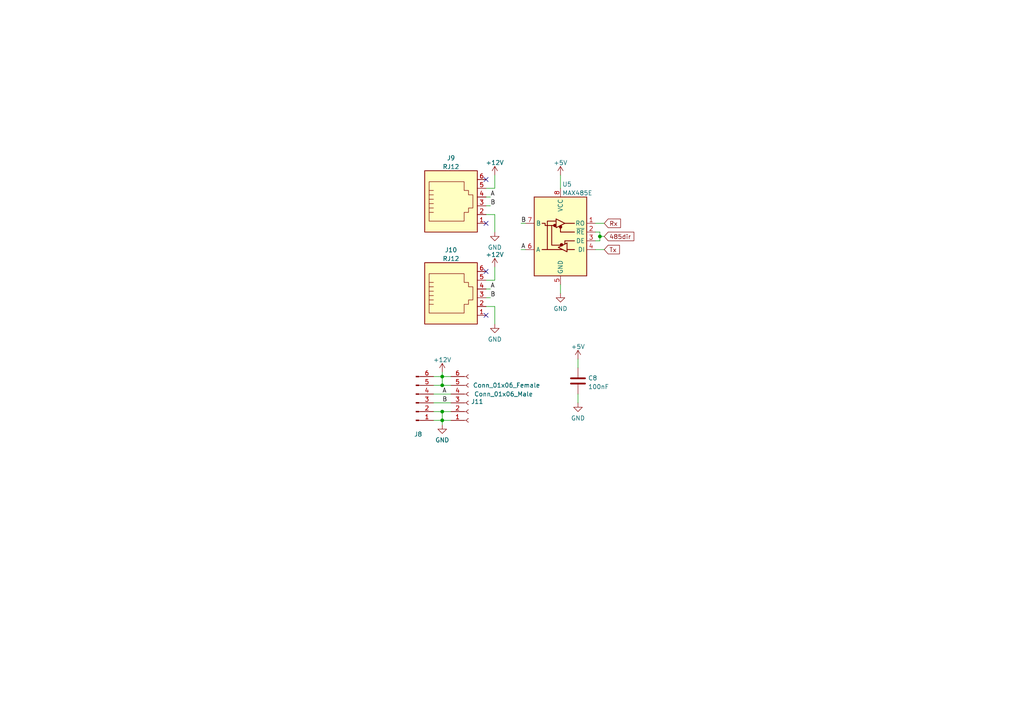
<source format=kicad_sch>
(kicad_sch (version 20211123) (generator eeschema)
  (paper "A4")
  (title_block (title "General Purpose IO module"))
  (lib_symbols
    (symbol "Connector:Conn_01x06_Female" (pin_names (offset 1.016) hide)
      (property "Reference" "J" (at 0 7.62 0))
      (property "Value" "Conn_01x06_Female" (at 0 -10.16 0))
      (symbol "Conn_01x06_Female_1_1"
        (arc (start 0 -7.112) (mid -0.508 -7.62) (end 0 -8.128) (stroke (width 0.1524)))
        (arc (start 0 -4.572) (mid -0.508 -5.08) (end 0 -5.588) (stroke (width 0.1524)))
        (arc (start 0 -2.032) (mid -0.508 -2.54) (end 0 -3.048) (stroke (width 0.1524)))
        (polyline (pts (xy -1.27 -7.62) (xy -0.508 -7.62)) (stroke (width 0.1524)))
        (polyline (pts (xy -1.27 -5.08) (xy -0.508 -5.08)) (stroke (width 0.1524)))
        (polyline (pts (xy -1.27 -2.54) (xy -0.508 -2.54)) (stroke (width 0.1524)))
        (polyline (pts (xy -1.27 0) (xy -0.508 0)) (stroke (width 0.1524)))
        (polyline (pts (xy -1.27 2.54) (xy -0.508 2.54)) (stroke (width 0.1524)))
        (polyline (pts (xy -1.27 5.08) (xy -0.508 5.08)) (stroke (width 0.1524)))
        (arc (start 0 0.508) (mid -0.508 0) (end 0 -0.508) (stroke (width 0.1524)))
        (arc (start 0 3.048) (mid -0.508 2.54) (end 0 2.032) (stroke (width 0.1524)))
        (arc (start 0 5.588) (mid -0.508 5.08) (end 0 4.572) (stroke (width 0.1524)))
        (pin passive line (at -5.08 5.08 0) (length 3.81) (name "Pin_1") (number "1"))
        (pin passive line (at -5.08 2.54 0) (length 3.81) (name "Pin_2") (number "2"))
        (pin passive line (at -5.08 0 0) (length 3.81) (name "Pin_3") (number "3"))
        (pin passive line (at -5.08 -2.54 0) (length 3.81) (name "Pin_4") (number "4"))
        (pin passive line (at -5.08 -5.08 0) (length 3.81) (name "Pin_5") (number "5"))
        (pin passive line (at -5.08 -7.62 0) (length 3.81) (name "Pin_6") (number "6"))
      )
    )
    (symbol "Connector:Conn_01x06_Male" (pin_names (offset 1.016) hide)
      (property "Reference" "J" (at 0 7.62 0))
      (property "Value" "Conn_01x06_Male" (at 0 -10.16 0))
      (symbol "Conn_01x06_Male_1_1"
        (polyline (pts (xy 1.27 -7.62) (xy 0.8636 -7.62)) (stroke (width 0.1524)))
        (polyline (pts (xy 1.27 -5.08) (xy 0.8636 -5.08)) (stroke (width 0.1524)))
        (polyline (pts (xy 1.27 -2.54) (xy 0.8636 -2.54)) (stroke (width 0.1524)))
        (polyline (pts (xy 1.27 0) (xy 0.8636 0)) (stroke (width 0.1524)))
        (polyline (pts (xy 1.27 2.54) (xy 0.8636 2.54)) (stroke (width 0.1524)))
        (polyline (pts (xy 1.27 5.08) (xy 0.8636 5.08)) (stroke (width 0.1524)))
        (rectangle (start 0.8636 -7.493) (end 0 -7.747) (stroke (width 0.1524)) (fill (type outline)))
        (rectangle (start 0.8636 -4.953) (end 0 -5.207) (stroke (width 0.1524)) (fill (type outline)))
        (rectangle (start 0.8636 -2.413) (end 0 -2.667) (stroke (width 0.1524)) (fill (type outline)))
        (rectangle (start 0.8636 0.127) (end 0 -0.127) (stroke (width 0.1524)) (fill (type outline)))
        (rectangle (start 0.8636 2.667) (end 0 2.413) (stroke (width 0.1524)) (fill (type outline)))
        (rectangle (start 0.8636 5.207) (end 0 4.953) (stroke (width 0.1524)) (fill (type outline)))
        (pin passive line (at 5.08 5.08 180) (length 3.81) (name "Pin_1") (number "1"))
        (pin passive line (at 5.08 2.54 180) (length 3.81) (name "Pin_2") (number "2"))
        (pin passive line (at 5.08 0 180) (length 3.81) (name "Pin_3") (number "3"))
        (pin passive line (at 5.08 -2.54 180) (length 3.81) (name "Pin_4") (number "4"))
        (pin passive line (at 5.08 -5.08 180) (length 3.81) (name "Pin_5") (number "5"))
        (pin passive line (at 5.08 -7.62 180) (length 3.81) (name "Pin_6") (number "6"))
      )
    )
    (symbol "Connector:RJ12" (pin_names (offset 1.016))
      (property "Reference" "J" (at -5.08 11.43 0))
      (property "Value" "RJ12" (at 2.54 11.43 0))
      (symbol "RJ12_0_1"
        (polyline (pts (xy -6.35 -1.905) (xy -5.08 -1.905) (xy -5.08 -1.905)))
        (polyline (pts (xy -6.35 -0.635) (xy -5.08 -0.635) (xy -5.08 -0.635)))
        (polyline (pts (xy -6.35 0.635) (xy -5.08 0.635) (xy -5.08 0.635)))
        (polyline (pts (xy -6.35 1.905) (xy -5.08 1.905) (xy -5.08 1.905)))
        (polyline (pts (xy -6.35 3.175) (xy -5.08 3.175) (xy -5.08 3.175)))
        (polyline (pts (xy -5.08 4.445) (xy -6.35 4.445) (xy -6.35 4.445)))
        (polyline (pts (xy -6.35 -4.445) (xy -6.35 6.985) (xy 3.81 6.985) (xy 3.81 4.445) (xy 5.08 4.445) (xy 5.08 3.175) (xy 6.35 3.175) (xy 6.35 -0.635) (xy 5.08 -0.635) (xy 5.08 -1.905) (xy 3.81 -1.905) (xy 3.81 -4.445) (xy -6.35 -4.445) (xy -6.35 -4.445)))
        (rectangle (start 7.62 10.16) (end -7.62 -7.62) (stroke (width 0.254)) (fill (type background)))
      )
      (symbol "RJ12_1_1"
        (pin passive line (at 10.16 -5.08 180) (length 2.54) (name "~") (number "1"))
        (pin passive line (at 10.16 -2.54 180) (length 2.54) (name "~") (number "2"))
        (pin passive line (at 10.16 0 180) (length 2.54) (name "~") (number "3"))
        (pin passive line (at 10.16 2.54 180) (length 2.54) (name "~") (number "4"))
        (pin passive line (at 10.16 5.08 180) (length 2.54) (name "~") (number "5"))
        (pin passive line (at 10.16 7.62 180) (length 2.54) (name "~") (number "6"))
      )
    )
    (symbol "Device:C" (pin_numbers hide) (pin_names (offset 0.254))
      (property "Reference" "C" (at 0.635 2.54 0))
      (property "Value" "C" (at 0.635 -2.54 0))
      (symbol "C_0_1"
        (polyline (pts (xy -2.032 -0.762) (xy 2.032 -0.762)) (stroke (width 0.508)))
        (polyline (pts (xy -2.032 0.762) (xy 2.032 0.762)) (stroke (width 0.508)))
      )
      (symbol "C_1_1"
        (pin passive line (at 0 3.81 270) (length 2.794) (name "~") (number "1"))
        (pin passive line (at 0 -3.81 90) (length 2.794) (name "~") (number "2"))
      )
    )
    (symbol "Interface_UART:MAX485E"
      (property "Reference" "U" (at -6.096 11.43 0))
      (property "Value" "MAX485E" (at 0.762 11.43 0))
      (symbol "MAX485E_0_1"
        (rectangle (start -7.62 10.16) (end 7.62 -12.7) (stroke (width 0.254)) (fill (type background)))
        (circle (center -0.3048 -3.683) (radius 0.3556) (stroke (width 0.254)) (fill (type outline)))
        (circle (center -0.0254 1.4986) (radius 0.3556) (stroke (width 0.254)) (fill (type outline)))
        (polyline (pts (xy -4.064 -5.08) (xy -1.905 -5.08)) (stroke (width 0.254)))
        (polyline (pts (xy -4.064 2.54) (xy -1.27 2.54)) (stroke (width 0.254)))
        (polyline (pts (xy -1.27 -3.2004) (xy -1.27 -3.4544)) (stroke (width 0.254)))
        (polyline (pts (xy -0.635 -5.08) (xy 5.334 -5.08)) (stroke (width 0.254)))
        (polyline (pts (xy -4.064 -2.54) (xy -1.27 -2.54) (xy -1.27 -3.175)) (stroke (width 0.254)))
        (polyline (pts (xy 0 1.27) (xy 0 0) (xy -4.064 0)) (stroke (width 0.254)))
        (polyline (pts (xy 1.27 3.175) (xy 3.81 3.175) (xy 3.81 -5.08)) (stroke (width 0.254)))
        (polyline (pts (xy 2.54 1.905) (xy 2.54 -3.81) (xy 0 -3.81)) (stroke (width 0.254)))
        (polyline (pts (xy -1.905 -3.175) (xy -1.905 -5.715) (xy 0.635 -4.445) (xy -1.905 -3.175)) (stroke (width 0.254)))
        (polyline (pts (xy -1.27 2.54) (xy 1.27 3.81) (xy 1.27 1.27) (xy -1.27 2.54)) (stroke (width 0.254)))
        (polyline (pts (xy 1.905 1.905) (xy 4.445 1.905) (xy 4.445 2.54) (xy 5.334 2.54)) (stroke (width 0.254)))
        (rectangle (start 1.27 3.175) (end 1.27 3.175))
        (circle (center 1.651 1.905) (radius 0.3556) (stroke (width 0.254)) (fill (type outline)))
      )
      (symbol "MAX485E_1_1"
        (pin output line (at -10.16 2.54 0) (length 2.54) (name "RO") (number "1"))
        (pin input line (at -10.16 0 0) (length 2.54) (name "~{RE}") (number "2"))
        (pin input line (at -10.16 -2.54 0) (length 2.54) (name "DE") (number "3"))
        (pin input line (at -10.16 -5.08 0) (length 2.54) (name "DI") (number "4"))
        (pin power_in line (at 0 -15.24 90) (length 2.54) (name "GND") (number "5"))
        (pin bidirectional line (at 10.16 -5.08 180) (length 2.54) (name "A") (number "6"))
        (pin bidirectional line (at 10.16 2.54 180) (length 2.54) (name "B") (number "7"))
        (pin power_in line (at 0 12.7 270) (length 2.54) (name "VCC") (number "8"))
      )
    )
    (symbol "power:+12V" (power) (pin_names (offset 0))
      (property "Value" "+12V" (at 0 3.556 0))
      (symbol "+12V_0_1"
        (polyline (pts (xy -0.762 1.27) (xy 0 2.54)))
        (polyline (pts (xy 0 0) (xy 0 2.54)))
        (polyline (pts (xy 0 2.54) (xy 0.762 1.27)))
      )
      (symbol "+12V_1_1"
        (pin power_in line (at 0 0 90) (length 0) hide (name "+12V") (number "1"))
      )
    )
    (symbol "power:+5V" (power) (pin_names (offset 0))
      (property "Value" "+5V" (at 0 3.556 0))
      (symbol "+5V_0_1"
        (polyline (pts (xy -0.762 1.27) (xy 0 2.54)))
        (polyline (pts (xy 0 0) (xy 0 2.54)))
        (polyline (pts (xy 0 2.54) (xy 0.762 1.27)))
      )
      (symbol "+5V_1_1"
        (pin power_in line (at 0 0 90) (length 0) hide (name "+5V") (number "1"))
      )
    )
    (symbol "power:GND" (power) (pin_names (offset 0))
      (property "Value" "GND" (at 0 -3.81 0))
      (symbol "GND_0_1"
        (polyline (pts (xy 0 0) (xy 0 -1.27) (xy 1.27 -1.27) (xy 0 -2.54) (xy -1.27 -1.27) (xy 0 -1.27)))
      )
      (symbol "GND_1_1"
        (pin power_in line (at 0 0 270) (length 0) hide (name "GND") (number "1"))
      )
    )
  )
  (junction (at 173.99 68.58))
  (junction (at 128.27 111.76))
  (junction (at 128.27 121.92))
  (junction (at 128.27 119.38))
  (junction (at 128.27 109.22))
  (no_connect (at 140.97 52.07))
  (no_connect (at 140.97 64.77))
  (no_connect (at 140.97 78.74))
  (no_connect (at 140.97 91.44))
  (wire (pts (xy 143.51 88.9) (xy 143.51 93.98)))
  (wire (pts (xy 172.72 72.39) (xy 175.26 72.39)))
  (wire (pts (xy 140.97 57.15) (xy 142.24 57.15)))
  (wire (pts (xy 173.99 68.58) (xy 173.99 67.31)))
  (wire (pts (xy 125.73 119.38) (xy 128.27 119.38)))
  (wire (pts (xy 140.97 62.23) (xy 143.51 62.23)))
  (wire (pts (xy 173.99 69.85) (xy 173.99 68.58)))
  (wire (pts (xy 162.56 50.8) (xy 162.56 54.61)))
  (wire (pts (xy 125.73 109.22) (xy 128.27 109.22)))
  (wire (pts (xy 140.97 86.36) (xy 142.24 86.36)))
  (wire (pts (xy 125.73 111.76) (xy 128.27 111.76)))
  (wire (pts (xy 128.27 121.92) (xy 128.27 123.19)))
  (wire (pts (xy 167.64 114.3) (xy 167.64 116.84)))
  (wire (pts (xy 125.73 121.92) (xy 128.27 121.92)))
  (wire (pts (xy 172.72 69.85) (xy 173.99 69.85)))
  (wire (pts (xy 128.27 109.22) (xy 128.27 111.76)))
  (wire (pts (xy 143.51 77.47) (xy 143.51 81.28)))
  (wire (pts (xy 151.13 72.39) (xy 152.4 72.39)))
  (wire (pts (xy 125.73 116.84) (xy 130.81 116.84)))
  (wire (pts (xy 140.97 88.9) (xy 143.51 88.9)))
  (wire (pts (xy 151.13 64.77) (xy 152.4 64.77)))
  (wire (pts (xy 172.72 67.31) (xy 173.99 67.31)))
  (wire (pts (xy 143.51 50.8) (xy 143.51 54.61)))
  (wire (pts (xy 140.97 81.28) (xy 143.51 81.28)))
  (wire (pts (xy 140.97 54.61) (xy 143.51 54.61)))
  (wire (pts (xy 128.27 121.92) (xy 130.81 121.92)))
  (wire (pts (xy 125.73 114.3) (xy 130.81 114.3)))
  (wire (pts (xy 143.51 62.23) (xy 143.51 67.31)))
  (wire (pts (xy 140.97 83.82) (xy 142.24 83.82)))
  (wire (pts (xy 128.27 119.38) (xy 128.27 121.92)))
  (wire (pts (xy 172.72 64.77) (xy 175.26 64.77)))
  (wire (pts (xy 140.97 59.69) (xy 142.24 59.69)))
  (wire (pts (xy 128.27 119.38) (xy 130.81 119.38)))
  (wire (pts (xy 173.99 68.58) (xy 175.26 68.58)))
  (wire (pts (xy 167.64 104.14) (xy 167.64 106.68)))
  (wire (pts (xy 128.27 111.76) (xy 130.81 111.76)))
  (wire (pts (xy 128.27 107.95) (xy 128.27 109.22)))
  (wire (pts (xy 128.27 109.22) (xy 130.81 109.22)))
  (wire (pts (xy 162.56 82.55) (xy 162.56 85.09)))
  (label "A" (at 128.27 114.3 0))
  (label "B" (at 142.24 59.69 0))
  (label "A" (at 142.24 83.82 0))
  (label "B" (at 151.13 64.77 0))
  (label "B" (at 128.27 116.84 0))
  (label "A" (at 142.24 57.15 0))
  (label "B" (at 142.24 86.36 0))
  (label "A" (at 151.13 72.39 0))
  (global_label "Tx" (shape input) (at 175.26 72.39 0) (property "Intersheet References" "${INTERSHEET_REFS}" (effects hide)))
  (global_label "Rx" (shape input) (at 175.26 64.77 0) (property "Intersheet References" "${INTERSHEET_REFS}" (effects hide)))
  (global_label "485dir" (shape input) (at 175.26 68.58 0) (property "Intersheet References" "${INTERSHEET_REFS}" (effects hide)))
  (symbol (lib_id "power:+12V") (at 143.51 50.8 0) (unit 1)
    (property "Reference" "#PWR0134" (effects hide))
    (property "Value" "+12V" (at 143.51 47.1955 0))
  )
  (symbol (lib_id "Connector:Conn_01x06_Female") (at 135.89 116.84 0) (mirror x) (unit 1)
    (property "Reference" "J11" (at 136.6012 116.4785 0) (effects (justify left)))
    (property "Value" "Conn_01x06_Female" (at 137.16 111.76 0) (effects (justify left)))
    (property "Footprint" "Connector_PinSocket_2.54mm:PinSocket_1x06_P2.54mm_Horizontal" (effects hide))
  )
  (symbol (lib_id "power:GND") (at 143.51 93.98 0) (unit 1)
    (property "Reference" "#PWR0138" (effects hide))
    (property "Value" "GND" (at 143.51 98.4234 0))
  )
  (symbol (lib_id "Connector:RJ12") (at 130.81 86.36 0) (unit 1)
    (property "Reference" "J10" (at 130.81 72.5002 0))
    (property "Value" "RJ12" (at 130.81 75.0371 0))
    (property "Footprint" "Connector_RJ:RJ12_Amphenol_54601" (effects hide))
  )
  (symbol (lib_id "power:+12V") (at 128.27 107.95 0) (unit 1)
    (property "Reference" "#PWR0137" (effects hide))
    (property "Value" "+12V" (at 128.27 104.3742 0))
  )
  (symbol (lib_id "power:GND") (at 167.64 116.84 0) (unit 1)
    (property "Reference" "#PWR0140" (effects hide))
    (property "Value" "GND" (at 167.64 121.2834 0))
  )
  (symbol (lib_id "Connector:Conn_01x06_Male") (at 120.65 116.84 0) (mirror x) (unit 1)
    (property "Reference" "J8" (at 121.285 125.9627 0))
    (property "Value" "Conn_01x06_Male" (at 146.05 114.3 0))
    (property "Footprint" "Connector_PinHeader_2.54mm:PinHeader_1x06_P2.54mm_Horizontal" (effects hide))
  )
  (symbol (lib_id "Interface_UART:MAX485E") (at 162.56 67.31 0) (mirror y) (unit 1)
    (property "Reference" "U5" (at 163.0806 53.4502 0) (effects (justify right)))
    (property "Value" "MAX485E" (at 163.0806 55.9871 0) (effects (justify right)))
    (property "Footprint" "Package_DIP:DIP-8_W7.62mm_Socket" (effects hide))
    (property "Datasheet" "https://datasheets.maximintegrated.com/en/ds/MAX1487E-MAX491E.pdf" (effects hide))
  )
  (symbol (lib_id "power:GND") (at 143.51 67.31 0) (unit 1)
    (property "Reference" "#PWR0136" (effects hide))
    (property "Value" "GND" (at 143.51 71.7534 0))
  )
  (symbol (lib_id "power:+5V") (at 167.64 104.14 0) (unit 1)
    (property "Reference" "#PWR0142" (effects hide))
    (property "Value" "+5V" (at 167.64 100.5642 0))
  )
  (symbol (lib_id "Device:C") (at 167.64 110.49 0) (unit 1)
    (property "Reference" "C8" (at 170.561 109.6553 0) (effects (justify left)))
    (property "Value" "100nF" (at 170.561 112.1922 0) (effects (justify left)))
    (property "Footprint" "Capacitor_THT:C_Disc_D3.0mm_W1.6mm_P2.50mm" (effects hide))
  )
  (symbol (lib_id "power:+5V") (at 162.56 50.8 0) (unit 1)
    (property "Reference" "#PWR0133" (effects hide))
    (property "Value" "+5V" (at 162.56 47.2242 0))
  )
  (symbol (lib_id "power:+12V") (at 143.51 77.47 0) (unit 1)
    (property "Reference" "#PWR0135" (effects hide))
    (property "Value" "+12V" (at 143.51 73.8655 0))
  )
  (symbol (lib_id "power:GND") (at 162.56 85.09 0) (unit 1)
    (property "Reference" "#PWR0143" (effects hide))
    (property "Value" "GND" (at 162.56 89.5334 0))
  )
  (symbol (lib_id "power:GND") (at 128.27 123.19 0) (unit 1)
    (property "Reference" "#PWR0139" (effects hide))
    (property "Value" "GND" (at 128.27 127.6334 0))
  )
  (symbol (lib_id "Connector:RJ12") (at 130.81 59.69 0) (unit 1)
    (property "Reference" "J9" (at 130.81 45.8302 0))
    (property "Value" "RJ12" (at 130.81 48.3671 0))
    (property "Footprint" "Connector_RJ:RJ12_Amphenol_54601" (effects hide))
  )
)
</source>
